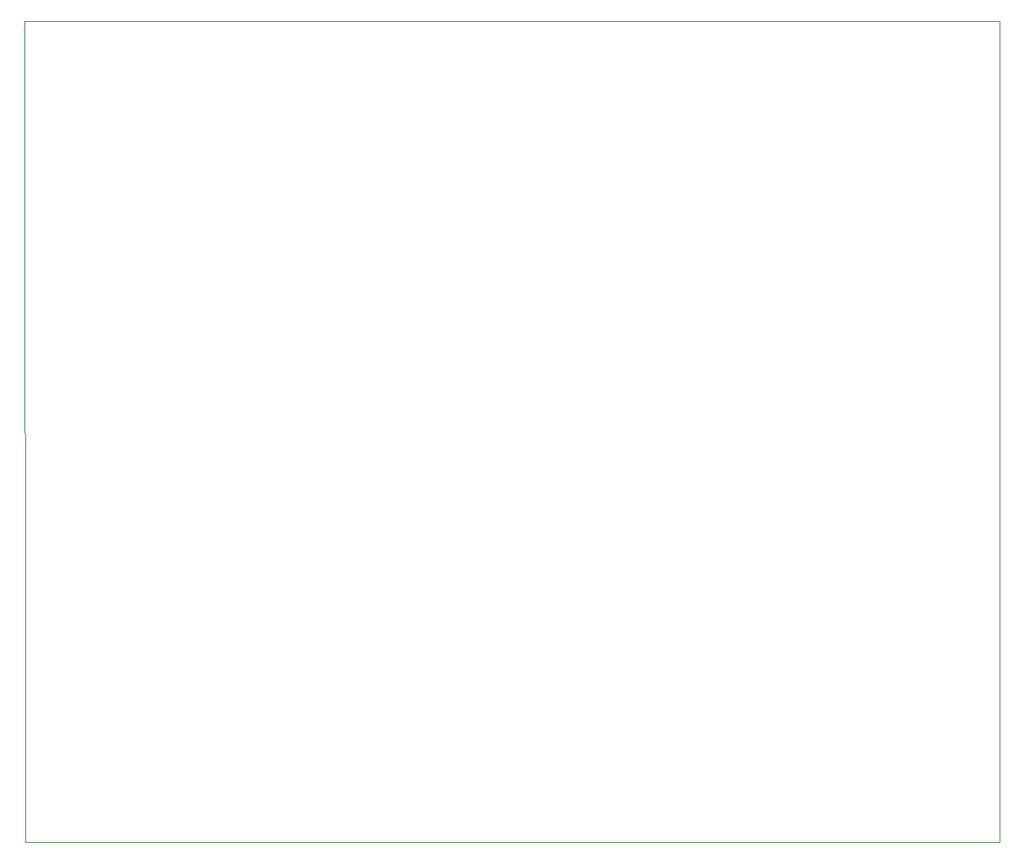
<source format=gbr>
G04 #@! TF.GenerationSoftware,KiCad,Pcbnew,(5.1.2)-2*
G04 #@! TF.CreationDate,2021-12-15T08:56:33-03:00*
G04 #@! TF.ProjectId,MAG_Plus,4d41475f-506c-4757-932e-6b696361645f,rev?*
G04 #@! TF.SameCoordinates,Original*
G04 #@! TF.FileFunction,Profile,NP*
%FSLAX46Y46*%
G04 Gerber Fmt 4.6, Leading zero omitted, Abs format (unit mm)*
G04 Created by KiCad (PCBNEW (5.1.2)-2) date 2021-12-15 08:56:33*
%MOMM*%
%LPD*%
G04 APERTURE LIST*
%ADD10C,0.050000*%
G04 APERTURE END LIST*
D10*
X12050000Y-79320000D02*
X12000000Y-27280000D01*
X12000000Y-27280000D02*
X12000000Y-12000000D01*
X12050000Y-79320000D02*
X12060000Y-94600000D01*
X12000000Y-12000000D02*
X47180000Y-12000000D01*
X47180000Y-12000000D02*
X109960000Y-12000000D01*
X109960000Y-94600000D02*
X12060000Y-94600000D01*
X109960000Y-12000000D02*
X109960000Y-94600000D01*
M02*

</source>
